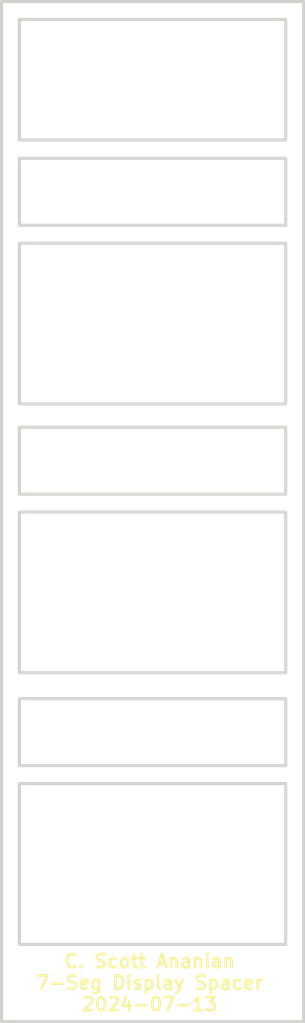
<source format=kicad_pcb>
(kicad_pcb
	(version 20240108)
	(generator "pcbnew")
	(generator_version "8.0")
	(general
		(thickness 1.6)
		(legacy_teardrops no)
	)
	(paper "A4")
	(title_block
		(title "Seven-Segment Spacer")
	)
	(layers
		(0 "F.Cu" signal)
		(31 "B.Cu" signal)
		(32 "B.Adhes" user "B.Adhesive")
		(33 "F.Adhes" user "F.Adhesive")
		(34 "B.Paste" user)
		(35 "F.Paste" user)
		(36 "B.SilkS" user "B.Silkscreen")
		(37 "F.SilkS" user "F.Silkscreen")
		(38 "B.Mask" user)
		(39 "F.Mask" user)
		(40 "Dwgs.User" user "User.Drawings")
		(41 "Cmts.User" user "User.Comments")
		(42 "Eco1.User" user "User.Eco1")
		(43 "Eco2.User" user "User.Eco2")
		(44 "Edge.Cuts" user)
		(45 "Margin" user)
		(46 "B.CrtYd" user "B.Courtyard")
		(47 "F.CrtYd" user "F.Courtyard")
		(48 "B.Fab" user)
		(49 "F.Fab" user)
		(50 "User.1" user)
		(51 "User.2" user)
		(52 "User.3" user)
		(53 "User.4" user)
		(54 "User.5" user)
		(55 "User.6" user)
		(56 "User.7" user)
		(57 "User.8" user)
		(58 "User.9" user)
	)
	(setup
		(stackup
			(layer "F.SilkS"
				(type "Top Silk Screen")
			)
			(layer "F.Paste"
				(type "Top Solder Paste")
			)
			(layer "F.Mask"
				(type "Top Solder Mask")
				(thickness 0.01)
			)
			(layer "F.Cu"
				(type "copper")
				(thickness 0.035)
			)
			(layer "dielectric 1"
				(type "core")
				(thickness 1.51)
				(material "FR4")
				(epsilon_r 4.5)
				(loss_tangent 0.02)
			)
			(layer "B.Cu"
				(type "copper")
				(thickness 0.035)
			)
			(layer "B.Mask"
				(type "Bottom Solder Mask")
				(thickness 0.01)
			)
			(layer "B.Paste"
				(type "Bottom Solder Paste")
			)
			(layer "B.SilkS"
				(type "Bottom Silk Screen")
			)
			(copper_finish "None")
			(dielectric_constraints no)
		)
		(pad_to_mask_clearance 0)
		(allow_soldermask_bridges_in_footprints no)
		(pcbplotparams
			(layerselection 0x00010fc_ffffffff)
			(plot_on_all_layers_selection 0x0000000_00000000)
			(disableapertmacros no)
			(usegerberextensions no)
			(usegerberattributes yes)
			(usegerberadvancedattributes yes)
			(creategerberjobfile yes)
			(dashed_line_dash_ratio 12.000000)
			(dashed_line_gap_ratio 3.000000)
			(svgprecision 4)
			(plotframeref no)
			(viasonmask no)
			(mode 1)
			(useauxorigin no)
			(hpglpennumber 1)
			(hpglpenspeed 20)
			(hpglpendiameter 15.000000)
			(pdf_front_fp_property_popups yes)
			(pdf_back_fp_property_popups yes)
			(dxfpolygonmode yes)
			(dxfimperialunits yes)
			(dxfusepcbnewfont yes)
			(psnegative no)
			(psa4output no)
			(plotreference yes)
			(plotvalue yes)
			(plotfptext yes)
			(plotinvisibletext no)
			(sketchpadsonfab no)
			(subtractmaskfromsilk no)
			(outputformat 1)
			(mirror no)
			(drillshape 1)
			(scaleselection 1)
			(outputdirectory "")
		)
	)
	(net 0 "")
	(gr_poly
		(pts
			(xy 84.168297 164.538284) (xy 50.3383 164.538284) (xy 50.3383 50.3383) (xy 84.168297 50.3383)
		)
		(stroke
			(width 0.349999)
			(type solid)
		)
		(fill none)
		(layer "Edge.Cuts")
		(uuid "1e71fbe8-19f7-4bec-905d-f0bfa84a8ec4")
	)
	(gr_poly
		(pts
			(xy 82.168297 95.388298) (xy 52.3383 95.388298) (xy 52.3383 77.388298) (xy 82.168297 77.388298)
		)
		(stroke
			(width 0.349999)
			(type solid)
		)
		(fill none)
		(layer "Edge.Cuts")
		(uuid "53a6dc80-448b-4bfe-b9be-494a6cd09bd9")
	)
	(gr_poly
		(pts
			(xy 82.168297 135.88829) (xy 52.3383 135.88829) (xy 52.3383 128.38829) (xy 82.168297 128.38829)
		)
		(stroke
			(width 0.349999)
			(type solid)
		)
		(fill none)
		(layer "Edge.Cuts")
		(uuid "783490df-a050-4e0a-aa2e-b7afd8f1648d")
	)
	(gr_poly
		(pts
			(xy 82.168297 105.488297) (xy 52.3383 105.488297) (xy 52.3383 97.988297) (xy 82.168297 97.988297)
		)
		(stroke
			(width 0.349999)
			(type solid)
		)
		(fill none)
		(layer "Edge.Cuts")
		(uuid "9b31a056-296b-40f3-9034-77076c075d26")
	)
	(gr_poly
		(pts
			(xy 82.168297 65.8383) (xy 52.3383 65.8383) (xy 52.3383 52.3383) (xy 82.168297 52.3383)
		)
		(stroke
			(width 0.349999)
			(type solid)
		)
		(fill none)
		(layer "Edge.Cuts")
		(uuid "a9709546-7766-4728-b0ab-ec6ec587072c")
	)
	(gr_poly
		(pts
			(xy 82.168297 155.88829) (xy 52.3383 155.88829) (xy 52.3383 137.88829) (xy 82.168297 137.88829)
		)
		(stroke
			(width 0.349999)
			(type solid)
		)
		(fill none)
		(layer "Edge.Cuts")
		(uuid "b41f283e-0785-427e-8800-598fd9998331")
	)
	(gr_poly
		(pts
			(xy 82.168297 125.488289) (xy 52.3383 125.488289) (xy 52.3383 107.488297) (xy 82.168297 107.488297)
		)
		(stroke
			(width 0.349999)
			(type solid)
		)
		(fill none)
		(layer "Edge.Cuts")
		(uuid "b6bd92f0-61e3-4a71-9e53-381710a55d38")
	)
	(gr_poly
		(pts
			(xy 82.168297 75.388298) (xy 52.3383 75.388298) (xy 52.3383 67.888298) (xy 82.168297 67.888298)
		)
		(stroke
			(width 0.349999)
			(type solid)
		)
		(fill none)
		(layer "Edge.Cuts")
		(uuid "de0caa56-c993-4e0a-b114-bdff480e5eed")
	)
	(gr_text "C. Scott Ananian\n7-Seg Display Spacer\n2024-07-13"
		(at 66.92 163.48 0)
		(layer "F.SilkS")
		(uuid "0332f7e1-96d7-43b1-a095-ed794ac7d3ab")
		(effects
			(font
				(size 1.5 1.5)
				(thickness 0.3)
				(bold yes)
			)
			(justify bottom)
		)
	)
)

</source>
